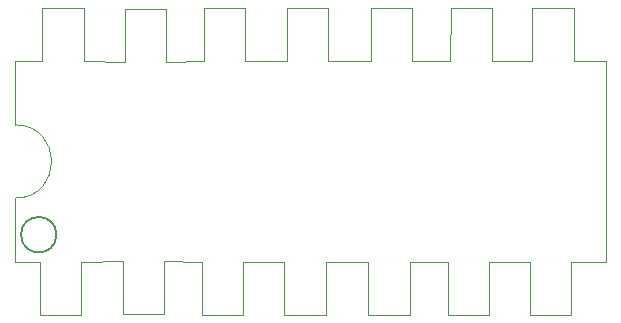
<source format=gbr>
%TF.GenerationSoftware,KiCad,Pcbnew,8.0.6*%
%TF.CreationDate,2024-11-04T13:00:15-03:00*%
%TF.ProjectId,chaveiro-fritzenlab,63686176-6569-4726-9f2d-667269747a65,rev?*%
%TF.SameCoordinates,Original*%
%TF.FileFunction,Profile,NP*%
%FSLAX46Y46*%
G04 Gerber Fmt 4.6, Leading zero omitted, Abs format (unit mm)*
G04 Created by KiCad (PCBNEW 8.0.6) date 2024-11-04 13:00:15*
%MOMM*%
%LPD*%
G01*
G04 APERTURE LIST*
%TA.AperFunction,Profile*%
%ADD10C,0.200000*%
%TD*%
%TA.AperFunction,Profile*%
%ADD11C,0.050000*%
%TD*%
G04 APERTURE END LIST*
D10*
X103300000Y-85900000D02*
G75*
G02*
X100300000Y-85900000I-1500000J0D01*
G01*
X100300000Y-85900000D02*
G75*
G02*
X103300000Y-85900000I1500000J0D01*
G01*
D11*
X99800000Y-82800000D02*
X99800000Y-88200000D01*
X99800000Y-71200000D02*
X99800000Y-76600000D01*
X149800000Y-71200000D02*
X149800000Y-88200000D01*
X129900000Y-66700000D02*
X129900000Y-71200000D01*
X133400000Y-66700000D02*
X129900000Y-66700000D01*
X136700000Y-66700000D02*
X140150000Y-66700000D01*
X136650000Y-71200000D02*
X136700000Y-66700000D01*
X146900000Y-88200000D02*
X149800000Y-88200000D01*
X139950000Y-88200000D02*
X143400000Y-88200000D01*
X133200000Y-88200000D02*
X136450000Y-88200000D01*
X126100000Y-88200000D02*
X129700000Y-88200000D01*
X119100000Y-88200000D02*
X122600000Y-88200000D01*
X112400000Y-88150000D02*
X115600000Y-88200000D01*
X105400000Y-88200000D02*
X108900000Y-88150000D01*
X99800000Y-88200000D02*
X101900000Y-88200000D01*
X147100000Y-71200000D02*
X149800000Y-71200000D01*
X140150000Y-71200000D02*
X143600000Y-71200000D01*
X133400000Y-71200000D02*
X136650000Y-71200000D01*
X126300000Y-71200000D02*
X129900000Y-71200000D01*
X119300000Y-71200000D02*
X122800000Y-71200000D01*
X112600000Y-71250000D02*
X115800000Y-71200000D01*
X109100000Y-71250000D02*
X105600000Y-71200000D01*
X102100000Y-71200000D02*
X99800000Y-71200000D01*
X105400000Y-88200000D02*
X105400000Y-92700000D01*
X112400000Y-92650000D02*
X108900000Y-92650000D01*
X105400000Y-92700000D02*
X101900000Y-92700000D01*
X126100000Y-92700000D02*
X122600000Y-92700000D01*
X119100000Y-92700000D02*
X115600000Y-92700000D01*
X112400000Y-88150000D02*
X112400000Y-92650000D01*
X133200000Y-88200000D02*
X133200000Y-92700000D01*
X115600000Y-92700000D02*
X115600000Y-88200000D01*
X139950000Y-88200000D02*
X139950000Y-92700000D01*
X108900000Y-92650000D02*
X108900000Y-88150000D01*
X136450000Y-92700000D02*
X136450000Y-88200000D01*
X129700000Y-92700000D02*
X129700000Y-88200000D01*
X119100000Y-88200000D02*
X119100000Y-92700000D01*
X122600000Y-92700000D02*
X122600000Y-88200000D01*
X126100000Y-88200000D02*
X126100000Y-92700000D01*
X101900000Y-92700000D02*
X101900000Y-88200000D01*
X146900000Y-88200000D02*
X146900000Y-92700000D01*
X143400000Y-92700000D02*
X143400000Y-88200000D01*
X133200000Y-92700000D02*
X129700000Y-92700000D01*
X146900000Y-92700000D02*
X143400000Y-92700000D01*
X139950000Y-92700000D02*
X136450000Y-92700000D01*
X99800000Y-76600000D02*
G75*
G02*
X99800000Y-82800000I0J-3100000D01*
G01*
X119300000Y-71200000D02*
X119300000Y-66700000D01*
X115800000Y-66700000D02*
X115800000Y-71200000D01*
X119300000Y-66700000D02*
X115800000Y-66700000D01*
X112600000Y-71250000D02*
X112600000Y-66750000D01*
X109100000Y-66750000D02*
X109100000Y-71250000D01*
X112600000Y-66750000D02*
X109100000Y-66750000D01*
X105600000Y-71200000D02*
X105600000Y-66700000D01*
X102100000Y-66700000D02*
X102100000Y-71200000D01*
X105600000Y-66700000D02*
X102100000Y-66700000D01*
X126300000Y-71200000D02*
X126300000Y-66700000D01*
X122800000Y-66700000D02*
X122800000Y-71200000D01*
X126300000Y-66700000D02*
X122800000Y-66700000D01*
X133400000Y-71200000D02*
X133400000Y-66700000D01*
X140150000Y-71200000D02*
X140150000Y-66700000D01*
X143600000Y-66700000D02*
X143600000Y-71200000D01*
X147100000Y-66700000D02*
X143600000Y-66700000D01*
X147100000Y-71200000D02*
X147100000Y-66700000D01*
M02*

</source>
